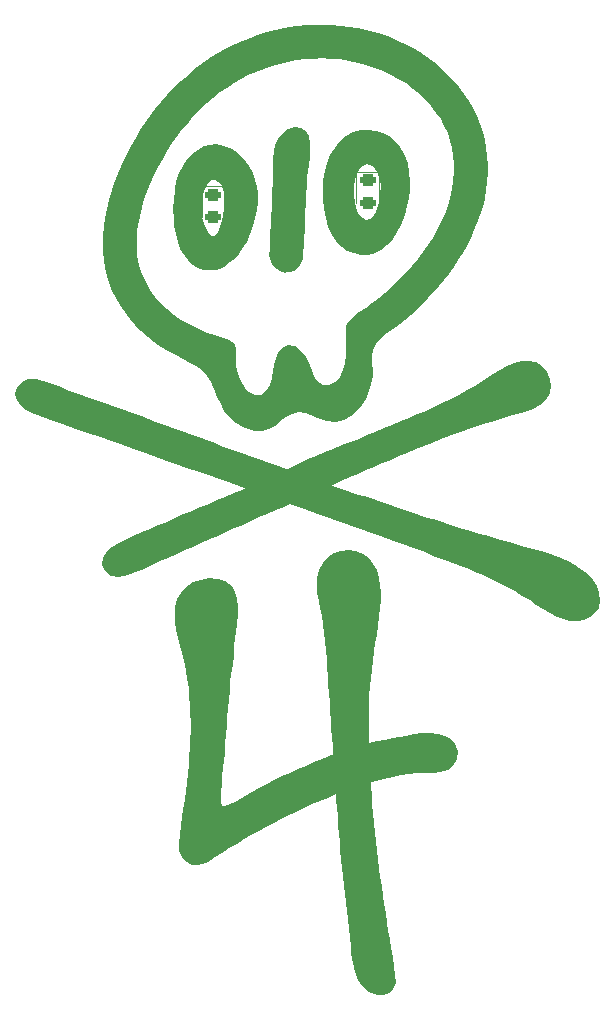
<source format=gto>
%TF.GenerationSoftware,KiCad,Pcbnew,(7.0.0-0)*%
%TF.CreationDate,2023-07-23T12:34:26-06:00*%
%TF.ProjectId,HAS4_SAO,48415334-5f53-4414-9f2e-6b696361645f,rev?*%
%TF.SameCoordinates,Original*%
%TF.FileFunction,Legend,Top*%
%TF.FilePolarity,Positive*%
%FSLAX46Y46*%
G04 Gerber Fmt 4.6, Leading zero omitted, Abs format (unit mm)*
G04 Created by KiCad (PCBNEW (7.0.0-0)) date 2023-07-23 12:34:26*
%MOMM*%
%LPD*%
G01*
G04 APERTURE LIST*
G04 Aperture macros list*
%AMRoundRect*
0 Rectangle with rounded corners*
0 $1 Rounding radius*
0 $2 $3 $4 $5 $6 $7 $8 $9 X,Y pos of 4 corners*
0 Add a 4 corners polygon primitive as box body*
4,1,4,$2,$3,$4,$5,$6,$7,$8,$9,$2,$3,0*
0 Add four circle primitives for the rounded corners*
1,1,$1+$1,$2,$3*
1,1,$1+$1,$4,$5*
1,1,$1+$1,$6,$7*
1,1,$1+$1,$8,$9*
0 Add four rect primitives between the rounded corners*
20,1,$1+$1,$2,$3,$4,$5,0*
20,1,$1+$1,$4,$5,$6,$7,0*
20,1,$1+$1,$6,$7,$8,$9,0*
20,1,$1+$1,$8,$9,$2,$3,0*%
G04 Aperture macros list end*
%ADD10C,0.120000*%
%ADD11RoundRect,0.243750X-0.456250X0.243750X-0.456250X-0.243750X0.456250X-0.243750X0.456250X0.243750X0*%
%ADD12R,1.700000X1.700000*%
%ADD13O,1.700000X1.700000*%
%ADD14C,0.900000*%
G04 APERTURE END LIST*
D10*
%TO.C,D1*%
X117331474Y-72668589D02*
X117331474Y-75353589D01*
X119251474Y-72668589D02*
X117331474Y-72668589D01*
X119251474Y-75353589D02*
X119251474Y-72668589D01*
%TO.C,svg2mod*%
G36*
X117317585Y-104778791D02*
G01*
X117909721Y-105032992D01*
X118396921Y-105416718D01*
X118775876Y-105889686D01*
X119056968Y-106434708D01*
X119250577Y-107034597D01*
X119367087Y-107672165D01*
X119416878Y-108330225D01*
X119410332Y-108991587D01*
X119357830Y-109639065D01*
X119265398Y-110389564D01*
X119161061Y-111134803D01*
X119049179Y-111876306D01*
X118934109Y-112615598D01*
X118820210Y-113354202D01*
X118711840Y-114093643D01*
X118613358Y-114835443D01*
X118529121Y-115581129D01*
X118463489Y-116332222D01*
X118420818Y-117090248D01*
X118396015Y-117846655D01*
X118380742Y-118604676D01*
X118374679Y-119364173D01*
X118377503Y-120125009D01*
X118388891Y-120887048D01*
X118408522Y-121650153D01*
X118436073Y-122414186D01*
X118471222Y-123179010D01*
X118513646Y-123944490D01*
X118563025Y-124710487D01*
X118619034Y-125476865D01*
X118681353Y-126243487D01*
X118749658Y-127010217D01*
X118823628Y-127776916D01*
X118902941Y-128543448D01*
X118987273Y-129309676D01*
X119076304Y-130075464D01*
X119169710Y-130840674D01*
X119267170Y-131605169D01*
X119368361Y-132368813D01*
X119472962Y-133131468D01*
X119580649Y-133892998D01*
X119691100Y-134653266D01*
X119803995Y-135412134D01*
X119919009Y-136169466D01*
X120035821Y-136925125D01*
X120154109Y-137678973D01*
X120273551Y-138430875D01*
X120393824Y-139180692D01*
X120514606Y-139928289D01*
X120635574Y-140673528D01*
X120642513Y-141371817D01*
X120438693Y-141884104D01*
X120074668Y-142217302D01*
X119600989Y-142378326D01*
X119068208Y-142374088D01*
X119068208Y-142372540D01*
X118425579Y-142162307D01*
X117854882Y-141740752D01*
X117440440Y-141119576D01*
X117190847Y-140414398D01*
X117020418Y-139687736D01*
X116908563Y-138945983D01*
X116834691Y-138195533D01*
X116778212Y-137442781D01*
X116718537Y-136694119D01*
X116635074Y-135955942D01*
X116536681Y-135234252D01*
X116443434Y-134511905D01*
X116355060Y-133788956D01*
X116271283Y-133065459D01*
X116191830Y-132341467D01*
X116116427Y-131617034D01*
X116044798Y-130892214D01*
X115976671Y-130167060D01*
X115911770Y-129441627D01*
X115849821Y-128715967D01*
X115790551Y-127990136D01*
X115733684Y-127264187D01*
X115677154Y-126518854D01*
X115622587Y-125773414D01*
X115569675Y-125027884D01*
X115518109Y-124282279D01*
X115467581Y-123536616D01*
X115417783Y-122790912D01*
X115368406Y-122045183D01*
X115319141Y-121299446D01*
X115269682Y-120553717D01*
X115219718Y-119808013D01*
X115168943Y-119062351D01*
X115117047Y-118316746D01*
X115063721Y-117571215D01*
X115008658Y-116825775D01*
X114951550Y-116080443D01*
X114899856Y-115358705D01*
X114853081Y-114630833D01*
X114806415Y-113899258D01*
X114755049Y-113166413D01*
X114694171Y-112434729D01*
X114618974Y-111706639D01*
X114524646Y-110984574D01*
X114406379Y-110270968D01*
X114277632Y-109639937D01*
X114142951Y-108993463D01*
X114033195Y-108339620D01*
X113979223Y-107686482D01*
X114011892Y-107042122D01*
X114162060Y-106414613D01*
X114460587Y-105812029D01*
X114886229Y-105327977D01*
X115424330Y-104973680D01*
X116035309Y-104758084D01*
X116679587Y-104690138D01*
X117317585Y-104778791D01*
G37*
G36*
X105575291Y-107126714D02*
G01*
X106229665Y-107337162D01*
X106760050Y-107741809D01*
X107057940Y-108238697D01*
X107221478Y-108848885D01*
X107280549Y-109532059D01*
X107265034Y-110247907D01*
X107204817Y-110956116D01*
X107129780Y-111616370D01*
X107069806Y-112188358D01*
X107002121Y-112934400D01*
X106923923Y-113679332D01*
X106839304Y-114423560D01*
X106752356Y-115167489D01*
X106667169Y-115911527D01*
X106587833Y-116656079D01*
X106518441Y-117401553D01*
X106456102Y-118149621D01*
X106396087Y-118897732D01*
X106338395Y-119645929D01*
X106283026Y-120394255D01*
X106229980Y-121142754D01*
X106179258Y-121891467D01*
X106125421Y-122528034D01*
X106055789Y-123188415D01*
X105984721Y-123862478D01*
X105926576Y-124540089D01*
X105895713Y-125211118D01*
X105906492Y-125865430D01*
X105973270Y-126492894D01*
X106610407Y-126236621D01*
X107243843Y-125919730D01*
X107873236Y-125564981D01*
X108498241Y-125195131D01*
X109118513Y-124832938D01*
X109733709Y-124501162D01*
X110385443Y-124176952D01*
X111041051Y-123860464D01*
X111700615Y-123552211D01*
X112364215Y-123252710D01*
X113031934Y-122962474D01*
X113703852Y-122682018D01*
X114380050Y-122411857D01*
X115034619Y-122161548D01*
X115693254Y-121920645D01*
X116356007Y-121690642D01*
X117022928Y-121473029D01*
X117694068Y-121269297D01*
X118369479Y-121080939D01*
X119049211Y-120909445D01*
X119733315Y-120756307D01*
X120421843Y-120623016D01*
X120927967Y-120527519D01*
X121529643Y-120415450D01*
X122194623Y-120309933D01*
X122890654Y-120234092D01*
X123585487Y-120211049D01*
X124246871Y-120263928D01*
X124842557Y-120415853D01*
X125340293Y-120689947D01*
X125707830Y-121109333D01*
X125911753Y-121740318D01*
X125854448Y-122402966D01*
X125545208Y-122989553D01*
X125048570Y-123367703D01*
X124446144Y-123540299D01*
X123786773Y-123583912D01*
X123119298Y-123575115D01*
X122492562Y-123590479D01*
X121786219Y-123670062D01*
X121083742Y-123778489D01*
X120385651Y-123912638D01*
X119692466Y-124069387D01*
X119004708Y-124245613D01*
X118307427Y-124442999D01*
X117615044Y-124657168D01*
X116927529Y-124887059D01*
X116244856Y-125131615D01*
X115566997Y-125389775D01*
X114893923Y-125660480D01*
X114225607Y-125942671D01*
X113562021Y-126235288D01*
X112903138Y-126537273D01*
X112248928Y-126847565D01*
X111606499Y-127160242D01*
X110965183Y-127479732D01*
X110325706Y-127806332D01*
X109688794Y-128140337D01*
X109055173Y-128482043D01*
X108425570Y-128831746D01*
X107800710Y-129189741D01*
X107181319Y-129556324D01*
X106568122Y-129931791D01*
X105961848Y-130316438D01*
X105363220Y-130710561D01*
X104772965Y-131114455D01*
X104333692Y-131327025D01*
X103860733Y-131397881D01*
X103859184Y-131396333D01*
X103423590Y-131336124D01*
X103013550Y-131156272D01*
X102558438Y-130734545D01*
X102299849Y-130183064D01*
X102267038Y-129564125D01*
X102372052Y-128823084D01*
X102477898Y-128083723D01*
X102583142Y-127345881D01*
X102686349Y-126609394D01*
X102786087Y-125874102D01*
X102880921Y-125139842D01*
X102969417Y-124406450D01*
X103050142Y-123673766D01*
X103121661Y-122941626D01*
X103182541Y-122209868D01*
X103231348Y-121478330D01*
X103266647Y-120746850D01*
X103287006Y-120015265D01*
X103290990Y-119283413D01*
X103277166Y-118551131D01*
X103244099Y-117818258D01*
X103190355Y-117084631D01*
X103114502Y-116350088D01*
X103015104Y-115614466D01*
X102890728Y-114877603D01*
X102739940Y-114139336D01*
X102561306Y-113399504D01*
X102398226Y-112789450D01*
X102231244Y-112144482D01*
X102083766Y-111478328D01*
X101979194Y-110804717D01*
X101940934Y-110137377D01*
X101992388Y-109490038D01*
X102156960Y-108876428D01*
X102458054Y-108310275D01*
X102919075Y-107805309D01*
X103468820Y-107449764D01*
X104134810Y-107204096D01*
X104856986Y-107089385D01*
X105575291Y-107126714D01*
G37*
G36*
X108386633Y-94545208D02*
G01*
X107718165Y-94300525D01*
X107108066Y-93926615D01*
X106569550Y-93451212D01*
X106154750Y-92923859D01*
X105831538Y-92339857D01*
X105559919Y-91724334D01*
X105299897Y-91102418D01*
X105011477Y-90499237D01*
X104647885Y-89937389D01*
X104238202Y-89498501D01*
X103775365Y-89145702D01*
X103252310Y-88842116D01*
X102661977Y-88550871D01*
X102025216Y-88231055D01*
X101402766Y-87881449D01*
X100797730Y-87501904D01*
X100213205Y-87092276D01*
X99652293Y-86652416D01*
X99118093Y-86182179D01*
X98613705Y-85681418D01*
X98142229Y-85149986D01*
X97706764Y-84587737D01*
X97310411Y-83994524D01*
X96956270Y-83370200D01*
X96665801Y-82759391D01*
X96419476Y-82132654D01*
X96217291Y-81490167D01*
X96059241Y-80832109D01*
X95945318Y-80158661D01*
X95875519Y-79469999D01*
X95857324Y-78971458D01*
X98720352Y-78971458D01*
X98768056Y-79631215D01*
X98868699Y-80268041D01*
X99022307Y-80881669D01*
X99228907Y-81471827D01*
X99488526Y-82038249D01*
X99863346Y-82678235D01*
X100298715Y-83271274D01*
X100787838Y-83818716D01*
X101323922Y-84321912D01*
X101900173Y-84782214D01*
X102509795Y-85200973D01*
X103145996Y-85579541D01*
X103801979Y-85919268D01*
X104470953Y-86221505D01*
X105055859Y-86423911D01*
X105838526Y-86675685D01*
X106573567Y-86955917D01*
X107015599Y-87243700D01*
X107131643Y-87770171D01*
X107126193Y-88511750D01*
X107137953Y-89108432D01*
X107283997Y-89773375D01*
X107518494Y-90406310D01*
X107875172Y-90985554D01*
X108255591Y-91364811D01*
X108730099Y-91598871D01*
X109275141Y-91573717D01*
X109682599Y-91253091D01*
X109974157Y-90738523D01*
X110171497Y-90131545D01*
X110296303Y-89533687D01*
X110370257Y-89046481D01*
X110483899Y-88542038D01*
X110706730Y-88010153D01*
X111049785Y-87577874D01*
X111524099Y-87372249D01*
X112133005Y-87467951D01*
X112627723Y-87815968D01*
X113023046Y-88323671D01*
X113333768Y-88898430D01*
X113574684Y-89447615D01*
X113772354Y-89944888D01*
X114032664Y-90390191D01*
X114469879Y-90691285D01*
X115032775Y-90726620D01*
X115540947Y-90492812D01*
X115924184Y-90074871D01*
X116196546Y-89498811D01*
X116348624Y-88892792D01*
X116414392Y-88267370D01*
X116427823Y-87633101D01*
X116422891Y-87000542D01*
X116411362Y-86491108D01*
X116428742Y-85945191D01*
X116548343Y-85456407D01*
X117002329Y-84948408D01*
X117578282Y-84565859D01*
X118133261Y-84179295D01*
X118685143Y-83789289D01*
X119218440Y-83374847D01*
X119708945Y-82956602D01*
X120189265Y-82526759D01*
X120658509Y-82084874D01*
X121115783Y-81630499D01*
X121560196Y-81163188D01*
X122045132Y-80620182D01*
X122513969Y-80056124D01*
X122963146Y-79471903D01*
X123389102Y-78868407D01*
X123788276Y-78246525D01*
X124157106Y-77607145D01*
X124492030Y-76951154D01*
X124789487Y-76279441D01*
X125045917Y-75592895D01*
X125257756Y-74892404D01*
X125421445Y-74178855D01*
X125533421Y-73453138D01*
X125590123Y-72716140D01*
X125589262Y-72029217D01*
X125534324Y-71356777D01*
X125425759Y-70699749D01*
X125264019Y-70059064D01*
X125049555Y-69435652D01*
X124782821Y-68830444D01*
X124464267Y-68244369D01*
X124094345Y-67678359D01*
X123673507Y-67133343D01*
X123202205Y-66610253D01*
X122680889Y-66110017D01*
X122110013Y-65633567D01*
X121512192Y-65197877D01*
X120886849Y-64801759D01*
X120236183Y-64445619D01*
X119562394Y-64129861D01*
X118867680Y-63854890D01*
X118154242Y-63621112D01*
X117424277Y-63428930D01*
X116679987Y-63278751D01*
X115923569Y-63170979D01*
X115157222Y-63106018D01*
X114383885Y-63084295D01*
X113677251Y-63102340D01*
X112966683Y-63156683D01*
X112254702Y-63247529D01*
X111543019Y-63375099D01*
X110833343Y-63539616D01*
X110151598Y-63734217D01*
X109482875Y-63960627D01*
X108827636Y-64218415D01*
X108186343Y-64507153D01*
X107559460Y-64826408D01*
X106947448Y-65175751D01*
X106350771Y-65554752D01*
X105769890Y-65962978D01*
X105205269Y-66400001D01*
X104657370Y-66865390D01*
X104126655Y-67358714D01*
X103613588Y-67879543D01*
X103118630Y-68427446D01*
X102642245Y-69001993D01*
X102184894Y-69602753D01*
X101747041Y-70229296D01*
X101329148Y-70881191D01*
X100931678Y-71558009D01*
X100555093Y-72259318D01*
X100199855Y-72984688D01*
X99866429Y-73733688D01*
X99544319Y-74546431D01*
X99274959Y-75338125D01*
X99058377Y-76108501D01*
X98894597Y-76857292D01*
X98783649Y-77584227D01*
X98725558Y-78289039D01*
X98720352Y-78971458D01*
X95857324Y-78971458D01*
X95849837Y-78766305D01*
X95868268Y-78047755D01*
X95930804Y-77314531D01*
X96037442Y-76566809D01*
X96188175Y-75804770D01*
X96382999Y-75028593D01*
X96621906Y-74238455D01*
X96904893Y-73434537D01*
X97231953Y-72617018D01*
X97554675Y-71887116D01*
X97895927Y-71176262D01*
X98255386Y-70484754D01*
X98632729Y-69812891D01*
X99027634Y-69160970D01*
X99439777Y-68529292D01*
X99868835Y-67918153D01*
X100314485Y-67327854D01*
X100776405Y-66758691D01*
X101254272Y-66210965D01*
X101747762Y-65684973D01*
X102256553Y-65181014D01*
X102780322Y-64699387D01*
X103318745Y-64240390D01*
X103871500Y-63804321D01*
X104438265Y-63391480D01*
X105018715Y-63002165D01*
X105612528Y-62636674D01*
X106219381Y-62295305D01*
X106838951Y-61978359D01*
X107470916Y-61686132D01*
X108114952Y-61418924D01*
X108770736Y-61177033D01*
X109437945Y-60960758D01*
X110116257Y-60770397D01*
X110852029Y-60597119D01*
X111590266Y-60457202D01*
X112329715Y-60350414D01*
X113069125Y-60276522D01*
X113807243Y-60235293D01*
X114542818Y-60226496D01*
X115274596Y-60249898D01*
X116001326Y-60305267D01*
X116721755Y-60392370D01*
X117434632Y-60510976D01*
X118138704Y-60660852D01*
X118832719Y-60841765D01*
X119515425Y-61053483D01*
X120185570Y-61295774D01*
X120841901Y-61568406D01*
X121483166Y-61871146D01*
X122108113Y-62203762D01*
X122715490Y-62566022D01*
X123304045Y-62957693D01*
X123872525Y-63378543D01*
X124471174Y-63873246D01*
X125030218Y-64392035D01*
X125549124Y-64933804D01*
X126027356Y-65497445D01*
X126464381Y-66081853D01*
X126859664Y-66685920D01*
X127212673Y-67308540D01*
X127522871Y-67948604D01*
X127789726Y-68605008D01*
X128012702Y-69276643D01*
X128191267Y-69962403D01*
X128324885Y-70661181D01*
X128413023Y-71371870D01*
X128455146Y-72093363D01*
X128450720Y-72824554D01*
X128402089Y-73538199D01*
X128311853Y-74244675D01*
X128182015Y-74943191D01*
X128014575Y-75632955D01*
X127811533Y-76313177D01*
X127574890Y-76983066D01*
X127306647Y-77641830D01*
X127008805Y-78288680D01*
X126683364Y-78922823D01*
X126332324Y-79543470D01*
X125957687Y-80149828D01*
X125561453Y-80741108D01*
X125145623Y-81316517D01*
X124731239Y-81851884D01*
X124300666Y-82374310D01*
X123854848Y-82883923D01*
X123394727Y-83380848D01*
X122921247Y-83865214D01*
X122435354Y-84337147D01*
X121937990Y-84796775D01*
X121430099Y-85244225D01*
X120982767Y-85591653D01*
X120467245Y-85956880D01*
X119934437Y-86347846D01*
X119435251Y-86772487D01*
X119020594Y-87238742D01*
X118741371Y-87754549D01*
X118648489Y-88327846D01*
X118683845Y-88912729D01*
X118719926Y-89454778D01*
X118707512Y-90002925D01*
X118597379Y-90606102D01*
X118386966Y-91255633D01*
X118110746Y-91876283D01*
X117763598Y-92447517D01*
X117340402Y-92948798D01*
X116836037Y-93359590D01*
X116245382Y-93659358D01*
X115563318Y-93827566D01*
X114876069Y-93798858D01*
X114243311Y-93596413D01*
X113639621Y-93330110D01*
X113039574Y-93109824D01*
X112417745Y-93045432D01*
X111868573Y-93184686D01*
X111367672Y-93465094D01*
X110890261Y-93817692D01*
X110411558Y-94173517D01*
X109906785Y-94463605D01*
X109351160Y-94618993D01*
X109100258Y-94631383D01*
X109100258Y-94632932D01*
X108730099Y-94587429D01*
X108386633Y-94545208D01*
G37*
G36*
X112666831Y-68958822D02*
G01*
X113052038Y-69246428D01*
X113283513Y-69691487D01*
X113392005Y-70249052D01*
X113408257Y-70874177D01*
X113363018Y-71521915D01*
X113287032Y-72147321D01*
X113211046Y-72705447D01*
X113165806Y-73151347D01*
X113126312Y-73907781D01*
X113086818Y-74664505D01*
X113047324Y-75421230D01*
X113007831Y-76177664D01*
X112971579Y-76874615D01*
X112935038Y-77571566D01*
X112898496Y-78268517D01*
X112862245Y-78965469D01*
X112837900Y-79526998D01*
X112769706Y-80074008D01*
X112577802Y-80569328D01*
X112182331Y-80975786D01*
X111799007Y-81152153D01*
X111387806Y-81206554D01*
X111387806Y-81208103D01*
X110837796Y-81092912D01*
X110365611Y-80774444D01*
X110063067Y-80292169D01*
X109960605Y-79748184D01*
X109973140Y-79176030D01*
X110015587Y-78609249D01*
X110052999Y-77891631D01*
X110090703Y-77174304D01*
X110128406Y-76456977D01*
X110165818Y-75739359D01*
X110195939Y-75029064D01*
X110215726Y-74318248D01*
X110230830Y-73607134D01*
X110246900Y-72895947D01*
X110269587Y-72184908D01*
X110292930Y-71555124D01*
X110341847Y-70970020D01*
X110462726Y-70423350D01*
X110701957Y-69908870D01*
X111105928Y-69420335D01*
X111561463Y-69054049D01*
X112097148Y-68873616D01*
X112666831Y-68958822D01*
G37*
G36*
X104904611Y-81037737D02*
G01*
X104886026Y-81037737D01*
X104451448Y-80996525D01*
X103917264Y-80827684D01*
X103340101Y-80463406D01*
X102776587Y-79835883D01*
X102434952Y-79237337D01*
X102190115Y-78601448D01*
X102025041Y-77941725D01*
X101922693Y-77271677D01*
X101866033Y-76604812D01*
X101838026Y-75954640D01*
X101840189Y-75738875D01*
X104226318Y-75738875D01*
X104288197Y-76459542D01*
X104380313Y-76824316D01*
X104551719Y-77308560D01*
X104782064Y-77777748D01*
X105051000Y-78097349D01*
X105338177Y-78132834D01*
X105623245Y-77749676D01*
X105871472Y-77094926D01*
X106044910Y-76435046D01*
X106139770Y-75766766D01*
X106152259Y-75086814D01*
X106078587Y-74391920D01*
X105843753Y-73730978D01*
X105366148Y-73379018D01*
X104987277Y-73377469D01*
X104732697Y-73659347D01*
X104455683Y-74315546D01*
X104284518Y-75016466D01*
X104226318Y-75738875D01*
X101840189Y-75738875D01*
X101846987Y-75060772D01*
X101930366Y-74230169D01*
X102086175Y-73467011D01*
X102312424Y-72775480D01*
X102607126Y-72159756D01*
X102968292Y-71624020D01*
X103393932Y-71172454D01*
X103882059Y-70809238D01*
X104430684Y-70538554D01*
X104904418Y-70403230D01*
X105395575Y-70357348D01*
X105417258Y-70357348D01*
X106129116Y-70455526D01*
X106767794Y-70715309D01*
X107330389Y-71105481D01*
X107813995Y-71594823D01*
X108215710Y-72152118D01*
X108532629Y-72746147D01*
X108761849Y-73345695D01*
X108900465Y-73919542D01*
X108972048Y-74571022D01*
X108974516Y-75245008D01*
X108910048Y-75932206D01*
X108780822Y-76623325D01*
X108589015Y-77309072D01*
X108336806Y-77980154D01*
X108026372Y-78627278D01*
X107659892Y-79241152D01*
X107180798Y-79862448D01*
X106653234Y-80360635D01*
X106089689Y-80727832D01*
X105502651Y-80956160D01*
X105338177Y-80978595D01*
X104904611Y-81037737D01*
G37*
G36*
X117931404Y-79713530D02*
G01*
X117699087Y-79704237D01*
X117105532Y-79597574D01*
X116560273Y-79369579D01*
X116067758Y-79025826D01*
X115632433Y-78571885D01*
X115258744Y-78013329D01*
X114951139Y-77355729D01*
X114714063Y-76604658D01*
X114551965Y-75765688D01*
X114476089Y-74964811D01*
X114470510Y-74171248D01*
X114488406Y-73952053D01*
X117162378Y-73952053D01*
X117165493Y-74667490D01*
X117252081Y-75359547D01*
X117413280Y-75970082D01*
X117640233Y-76440957D01*
X118141349Y-76776354D01*
X118625946Y-76566580D01*
X118969086Y-76064603D01*
X119209778Y-75348378D01*
X119357199Y-74607373D01*
X119408940Y-73852944D01*
X119319716Y-73281832D01*
X119070338Y-72674710D01*
X118695219Y-72195943D01*
X118228769Y-72009896D01*
X118228769Y-72011445D01*
X117742452Y-72246859D01*
X117441998Y-72683597D01*
X117251593Y-73271375D01*
X117162378Y-73952053D01*
X114488406Y-73952053D01*
X114533767Y-73396441D01*
X114664395Y-72651837D01*
X114860932Y-71948877D01*
X115121916Y-71299006D01*
X115502407Y-70636981D01*
X115961412Y-70084877D01*
X116488134Y-69649361D01*
X117071773Y-69337103D01*
X117701532Y-69154770D01*
X118366611Y-69109031D01*
X118992690Y-69191562D01*
X119577509Y-69380476D01*
X120112892Y-69671386D01*
X120590660Y-70059907D01*
X121002635Y-70541652D01*
X121386042Y-71201640D01*
X121656067Y-71924320D01*
X121822599Y-72683629D01*
X121895527Y-73453504D01*
X121884740Y-74207882D01*
X121800126Y-74920700D01*
X121651574Y-75565896D01*
X121517368Y-76010801D01*
X121333957Y-76552790D01*
X121092522Y-77151962D01*
X120784240Y-77768419D01*
X120400291Y-78362262D01*
X119931854Y-78893594D01*
X119370108Y-79322515D01*
X118706231Y-79609126D01*
X118141349Y-79685241D01*
X117931404Y-79713530D01*
G37*
G36*
X132517818Y-88826554D02*
G01*
X133061153Y-89138368D01*
X133469056Y-89612761D01*
X133725092Y-90192384D01*
X133812828Y-90819891D01*
X133715828Y-91437934D01*
X133417659Y-91989163D01*
X132901060Y-92459249D01*
X132275997Y-92792175D01*
X131588636Y-93030687D01*
X130885143Y-93217532D01*
X130211684Y-93395456D01*
X129485161Y-93611535D01*
X128761112Y-93836242D01*
X128039455Y-94069144D01*
X127320112Y-94309807D01*
X126603001Y-94557797D01*
X125888041Y-94812681D01*
X125175154Y-95074025D01*
X124464258Y-95341394D01*
X123755274Y-95614357D01*
X123048120Y-95892478D01*
X122342717Y-96175323D01*
X121638985Y-96462460D01*
X120936843Y-96753454D01*
X120236210Y-97047872D01*
X119537007Y-97345280D01*
X118839153Y-97645244D01*
X118142568Y-97947331D01*
X117447172Y-98251106D01*
X116752884Y-98556136D01*
X116059624Y-98861988D01*
X115367312Y-99168227D01*
X114675867Y-99474419D01*
X113977897Y-99783695D01*
X113279911Y-100092956D01*
X112581911Y-100402201D01*
X111883898Y-100711434D01*
X111185873Y-101020655D01*
X110487838Y-101329866D01*
X109789795Y-101639069D01*
X109091745Y-101948265D01*
X108393690Y-102257456D01*
X107695631Y-102566643D01*
X106997569Y-102875827D01*
X106299507Y-103185011D01*
X105601446Y-103494195D01*
X104903386Y-103803382D01*
X104205331Y-104112573D01*
X103507281Y-104421769D01*
X102809238Y-104730972D01*
X102111203Y-105040183D01*
X101413178Y-105349404D01*
X100715165Y-105658637D01*
X100017165Y-105967883D01*
X99319179Y-106277143D01*
X98621209Y-106586419D01*
X97960654Y-106833837D01*
X97267575Y-106972065D01*
X97264477Y-106973614D01*
X96570043Y-106907597D01*
X96030100Y-106515175D01*
X95830307Y-105958704D01*
X95914458Y-105355081D01*
X96220600Y-104816163D01*
X96670951Y-104407113D01*
X97198740Y-104090989D01*
X97758538Y-103826492D01*
X98456473Y-103513863D01*
X99157004Y-103204612D01*
X99859812Y-102898280D01*
X100564575Y-102594405D01*
X101270971Y-102292528D01*
X101978680Y-101992186D01*
X102687380Y-101692919D01*
X103396751Y-101394267D01*
X104106470Y-101095768D01*
X104816218Y-100796962D01*
X105525672Y-100497389D01*
X106234512Y-100196586D01*
X106942417Y-99894094D01*
X107649064Y-99589451D01*
X108354134Y-99282198D01*
X109057305Y-98971872D01*
X109758255Y-98658014D01*
X110456665Y-98340162D01*
X111152211Y-98017855D01*
X111844574Y-97690634D01*
X112533432Y-97358036D01*
X113218465Y-97019602D01*
X113930226Y-96722624D01*
X114643916Y-96429549D01*
X115359115Y-96139497D01*
X116075407Y-95851586D01*
X116792372Y-95564934D01*
X117509593Y-95278660D01*
X118226651Y-94991881D01*
X118943129Y-94703717D01*
X119658607Y-94413285D01*
X120372669Y-94119704D01*
X121084895Y-93822093D01*
X121794867Y-93519569D01*
X122502168Y-93211251D01*
X123206379Y-92896258D01*
X123907083Y-92573707D01*
X124603860Y-92242717D01*
X125296292Y-91902407D01*
X125983962Y-91551895D01*
X126666452Y-91190298D01*
X127343342Y-90816737D01*
X127843195Y-90512919D01*
X128373895Y-90164307D01*
X128930269Y-89798958D01*
X129507139Y-89444929D01*
X130099332Y-89130276D01*
X130701672Y-88883056D01*
X131308983Y-88731324D01*
X131916090Y-88703138D01*
X132517818Y-88826554D01*
G37*
G36*
X90182710Y-90251333D02*
G01*
X90816781Y-90399978D01*
X91406990Y-90598359D01*
X92132204Y-90856245D01*
X92857287Y-91115115D01*
X93582254Y-91374901D01*
X94307120Y-91635531D01*
X95031900Y-91896937D01*
X95756609Y-92159048D01*
X96481264Y-92421796D01*
X97205878Y-92685110D01*
X97930467Y-92948921D01*
X98655047Y-93213159D01*
X99379633Y-93477755D01*
X100104239Y-93742639D01*
X100828881Y-94007742D01*
X101553574Y-94272993D01*
X102278333Y-94538323D01*
X103003174Y-94803663D01*
X103728112Y-95068942D01*
X104453162Y-95334092D01*
X105178339Y-95599042D01*
X105903658Y-95863723D01*
X106629134Y-96128065D01*
X107354784Y-96391999D01*
X108080621Y-96655455D01*
X108806662Y-96918364D01*
X109532921Y-97180655D01*
X110259414Y-97442259D01*
X110986155Y-97703107D01*
X111713160Y-97963129D01*
X112440445Y-98222255D01*
X113168023Y-98480415D01*
X113895912Y-98737541D01*
X114624125Y-98993561D01*
X115352678Y-99248408D01*
X116081586Y-99502010D01*
X116810865Y-99754299D01*
X117540529Y-100005205D01*
X118270594Y-100254658D01*
X119001075Y-100502588D01*
X119731987Y-100748927D01*
X120463346Y-100993603D01*
X121195166Y-101236549D01*
X121927463Y-101477693D01*
X122660252Y-101716966D01*
X123393548Y-101954300D01*
X124127366Y-102189623D01*
X124861722Y-102422867D01*
X125596631Y-102653961D01*
X126332108Y-102882837D01*
X127068168Y-103109425D01*
X127804826Y-103333654D01*
X128542098Y-103555456D01*
X129216537Y-103755409D01*
X129892313Y-103951869D01*
X130569279Y-104144686D01*
X131247285Y-104333712D01*
X131926184Y-104518797D01*
X132605674Y-104703463D01*
X133284514Y-104898641D01*
X133956364Y-105113705D01*
X134614885Y-105358028D01*
X135253736Y-105640986D01*
X135866579Y-105971950D01*
X136447074Y-106360297D01*
X136926833Y-106765085D01*
X137347496Y-107230131D01*
X137679588Y-107753546D01*
X137893635Y-108333443D01*
X137961107Y-109017825D01*
X137831970Y-109589103D01*
X137538577Y-110045426D01*
X137113279Y-110384946D01*
X136588429Y-110605812D01*
X135996379Y-110706175D01*
X135993281Y-110704626D01*
X135447142Y-110692042D01*
X134895196Y-110585370D01*
X134272722Y-110359768D01*
X133681547Y-110061089D01*
X133112450Y-109712899D01*
X132556215Y-109338763D01*
X132003623Y-108962248D01*
X131372267Y-108557194D01*
X130728462Y-108174317D01*
X130073344Y-107811819D01*
X129408044Y-107467901D01*
X128733697Y-107140767D01*
X128051437Y-106828619D01*
X127362396Y-106529660D01*
X126667708Y-106242091D01*
X125968508Y-105964114D01*
X125265927Y-105693934D01*
X124561101Y-105429751D01*
X123855162Y-105169768D01*
X123149245Y-104912187D01*
X122436063Y-104652755D01*
X121722600Y-104394102D01*
X121008877Y-104136184D01*
X120294918Y-103878955D01*
X119580743Y-103622372D01*
X118866374Y-103366390D01*
X118151832Y-103110962D01*
X117437140Y-102856044D01*
X116722318Y-102601592D01*
X116007390Y-102347560D01*
X115292375Y-102093903D01*
X114577297Y-101840577D01*
X113862177Y-101587536D01*
X113147035Y-101334736D01*
X112431895Y-101082132D01*
X111716778Y-100829678D01*
X111001705Y-100577330D01*
X110286698Y-100325043D01*
X109571779Y-100072772D01*
X108856969Y-99820471D01*
X108142291Y-99568097D01*
X107427765Y-99315603D01*
X106713414Y-99062946D01*
X105999259Y-98810080D01*
X105285321Y-98556960D01*
X104571624Y-98303541D01*
X103871543Y-98054977D01*
X103171397Y-97806662D01*
X102471184Y-97558591D01*
X101770901Y-97310762D01*
X101070548Y-97063169D01*
X100370121Y-96815809D01*
X99669619Y-96568678D01*
X98969039Y-96321771D01*
X98268381Y-96075085D01*
X97567641Y-95828616D01*
X96866818Y-95582360D01*
X96165909Y-95336313D01*
X95464913Y-95090470D01*
X94763828Y-94844828D01*
X94062652Y-94599382D01*
X93361382Y-94354129D01*
X92660017Y-94109065D01*
X91958555Y-93864186D01*
X91256993Y-93619487D01*
X90555330Y-93374964D01*
X89853564Y-93130615D01*
X89342838Y-92879712D01*
X88896417Y-92508005D01*
X88578979Y-92043371D01*
X88455201Y-91513688D01*
X88589759Y-90946834D01*
X89011956Y-90440457D01*
X89562021Y-90236724D01*
X90182710Y-90251333D01*
G37*
%TO.C,D2*%
X104242757Y-73865643D02*
X104242757Y-76550643D01*
X106162757Y-73865643D02*
X104242757Y-73865643D01*
X106162757Y-76550643D02*
X106162757Y-73865643D01*
%TD*%
%LPC*%
D11*
%TO.C,D1*%
X118291474Y-73416089D03*
X118291474Y-75291089D03*
%TD*%
%TO.C,D2*%
X105202757Y-74613143D03*
X105202757Y-76488143D03*
%TD*%
D12*
%TO.C,J1*%
X108919999Y-134999999D03*
D13*
X108919999Y-137539999D03*
X111459999Y-134999999D03*
X111459999Y-137539999D03*
X113999999Y-134999999D03*
X113999999Y-137539999D03*
%TD*%
D14*
%TO.C,SW1*%
X131400000Y-100650000D03*
X131400000Y-97650000D03*
%TD*%
M02*

</source>
